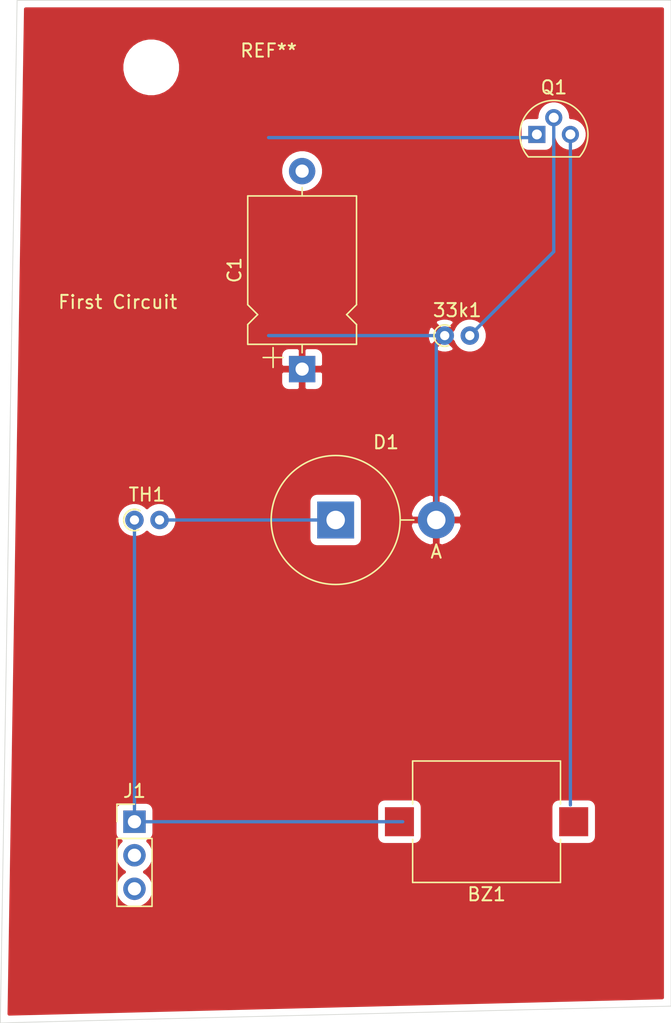
<source format=kicad_pcb>
(kicad_pcb (version 20171130) (host pcbnew 5.1.10-88a1d61d58~90~ubuntu20.04.1)

  (general
    (thickness 1.6)
    (drawings 5)
    (tracks 11)
    (zones 0)
    (modules 8)
    (nets 9)
  )

  (page A4)
  (layers
    (0 F.Cu signal)
    (31 B.Cu signal)
    (32 B.Adhes user)
    (33 F.Adhes user)
    (34 B.Paste user)
    (35 F.Paste user)
    (36 B.SilkS user)
    (37 F.SilkS user)
    (38 B.Mask user)
    (39 F.Mask user)
    (40 Dwgs.User user)
    (41 Cmts.User user)
    (42 Eco1.User user)
    (43 Eco2.User user)
    (44 Edge.Cuts user)
    (45 Margin user)
    (46 B.CrtYd user)
    (47 F.CrtYd user)
    (48 B.Fab user)
    (49 F.Fab user)
  )

  (setup
    (last_trace_width 0.25)
    (trace_clearance 0.2)
    (zone_clearance 0.508)
    (zone_45_only no)
    (trace_min 0.2)
    (via_size 0.8)
    (via_drill 0.4)
    (via_min_size 0.4)
    (via_min_drill 0.3)
    (uvia_size 0.3)
    (uvia_drill 0.1)
    (uvias_allowed no)
    (uvia_min_size 0.2)
    (uvia_min_drill 0.1)
    (edge_width 0.05)
    (segment_width 0.2)
    (pcb_text_width 0.3)
    (pcb_text_size 1.5 1.5)
    (mod_edge_width 0.12)
    (mod_text_size 1 1)
    (mod_text_width 0.15)
    (pad_size 1.524 1.524)
    (pad_drill 0.762)
    (pad_to_mask_clearance 0)
    (aux_axis_origin 0 0)
    (visible_elements FFFFFF7F)
    (pcbplotparams
      (layerselection 0x010fc_ffffffff)
      (usegerberextensions false)
      (usegerberattributes true)
      (usegerberadvancedattributes true)
      (creategerberjobfile true)
      (excludeedgelayer true)
      (linewidth 0.100000)
      (plotframeref false)
      (viasonmask false)
      (mode 1)
      (useauxorigin false)
      (hpglpennumber 1)
      (hpglpenspeed 20)
      (hpglpendiameter 15.000000)
      (psnegative false)
      (psa4output false)
      (plotreference true)
      (plotvalue true)
      (plotinvisibletext false)
      (padsonsilk false)
      (subtractmaskfromsilk false)
      (outputformat 1)
      (mirror false)
      (drillshape 0)
      (scaleselection 1)
      (outputdirectory "gerber/"))
  )

  (net 0 "")
  (net 1 "Net-(33k1-Pad1)")
  (net 2 "Net-(33k1-Pad2)")
  (net 3 "Net-(BZ1-Pad2)")
  (net 4 "Net-(BZ1-Pad1)")
  (net 5 "Net-(C1-Pad2)")
  (net 6 "Net-(D1-Pad1)")
  (net 7 "Net-(J1-Pad2)")
  (net 8 "Net-(J1-Pad3)")

  (net_class Default "This is the default net class."
    (clearance 0.2)
    (trace_width 0.25)
    (via_dia 0.8)
    (via_drill 0.4)
    (uvia_dia 0.3)
    (uvia_drill 0.1)
    (add_net "Net-(33k1-Pad1)")
    (add_net "Net-(33k1-Pad2)")
    (add_net "Net-(BZ1-Pad1)")
    (add_net "Net-(BZ1-Pad2)")
    (add_net "Net-(C1-Pad2)")
    (add_net "Net-(D1-Pad1)")
    (add_net "Net-(J1-Pad2)")
    (add_net "Net-(J1-Pad3)")
  )

  (module MountingHole:MountingHole_3.2mm_M3 (layer F.Cu) (tedit 56D1B4CB) (tstamp 6154E869)
    (at 902.97 -195.58)
    (descr "Mounting Hole 3.2mm, no annular, M3")
    (tags "mounting hole 3.2mm no annular m3")
    (attr virtual)
    (fp_text reference REF** (at 8.89 -1.27) (layer F.SilkS)
      (effects (font (size 1 1) (thickness 0.15)))
    )
    (fp_text value MountingHole_3.2mm_M3 (at 0 4.2) (layer F.Fab)
      (effects (font (size 1 1) (thickness 0.15)))
    )
    (fp_text user %R (at 0.3 0) (layer F.Fab)
      (effects (font (size 1 1) (thickness 0.15)))
    )
    (fp_circle (center 0 0) (end 3.2 0) (layer Cmts.User) (width 0.15))
    (fp_circle (center 0 0) (end 3.45 0) (layer F.CrtYd) (width 0.05))
    (pad 1 np_thru_hole circle (at 0 0) (size 3.2 3.2) (drill 3.2) (layers *.Cu *.Mask))
  )

  (module Resistor_THT:R_Axial_DIN0204_L3.6mm_D1.6mm_P1.90mm_Vertical (layer F.Cu) (tedit 5AE5139B) (tstamp 6154E100)
    (at 925.2 -175.26)
    (descr "Resistor, Axial_DIN0204 series, Axial, Vertical, pin pitch=1.9mm, 0.167W, length*diameter=3.6*1.6mm^2, http://cdn-reichelt.de/documents/datenblatt/B400/1_4W%23YAG.pdf")
    (tags "Resistor Axial_DIN0204 series Axial Vertical pin pitch 1.9mm 0.167W length 3.6mm diameter 1.6mm")
    (path /6154788B)
    (fp_text reference 33k1 (at 0.95 -1.92) (layer F.SilkS)
      (effects (font (size 1 1) (thickness 0.15)))
    )
    (fp_text value R (at 0.95 1.92) (layer F.Fab)
      (effects (font (size 1 1) (thickness 0.15)))
    )
    (fp_line (start 2.86 -1.05) (end -1.05 -1.05) (layer F.CrtYd) (width 0.05))
    (fp_line (start 2.86 1.05) (end 2.86 -1.05) (layer F.CrtYd) (width 0.05))
    (fp_line (start -1.05 1.05) (end 2.86 1.05) (layer F.CrtYd) (width 0.05))
    (fp_line (start -1.05 -1.05) (end -1.05 1.05) (layer F.CrtYd) (width 0.05))
    (fp_line (start 0 0) (end 1.9 0) (layer F.Fab) (width 0.1))
    (fp_circle (center 0 0) (end 0.8 0) (layer F.Fab) (width 0.1))
    (fp_arc (start 0 0) (end 0.417133 -0.7) (angle -233.92106) (layer F.SilkS) (width 0.12))
    (fp_text user %R (at 0.95 -1.92) (layer F.Fab)
      (effects (font (size 1 1) (thickness 0.15)))
    )
    (pad 1 thru_hole circle (at 0 0) (size 1.4 1.4) (drill 0.7) (layers *.Cu *.Mask)
      (net 1 "Net-(33k1-Pad1)"))
    (pad 2 thru_hole oval (at 1.9 0) (size 1.4 1.4) (drill 0.7) (layers *.Cu *.Mask)
      (net 2 "Net-(33k1-Pad2)"))
    (model ${KISYS3DMOD}/Resistor_THT.3dshapes/R_Axial_DIN0204_L3.6mm_D1.6mm_P1.90mm_Vertical.wrl
      (at (xyz 0 0 0))
      (scale (xyz 1 1 1))
      (rotate (xyz 0 0 0))
    )
  )

  (module Buzzer_Beeper:Buzzer_Mallory_AST1109MLTRQ (layer F.Cu) (tedit 5D7E8337) (tstamp 6154E11D)
    (at 928.37 -138.43)
    (descr "Mallory low-profile piezo buzzer, https://www.mspindy.com/specifications/AST1109MLTRQ.pdf")
    (tags "buzzer piezo")
    (path /6154B37D)
    (attr smd)
    (fp_text reference BZ1 (at 0 5.5 180) (layer F.SilkS)
      (effects (font (size 1 1) (thickness 0.15)))
    )
    (fp_text value Buzzer (at 0 -5.5) (layer F.Fab)
      (effects (font (size 1 1) (thickness 0.15)))
    )
    (fp_line (start -5.6 4.6) (end -5.6 1.35) (layer F.SilkS) (width 0.12))
    (fp_line (start -5.6 -4.6) (end 5.6 -4.6) (layer F.SilkS) (width 0.12))
    (fp_line (start 5.6 4.6) (end -5.6 4.6) (layer F.SilkS) (width 0.12))
    (fp_line (start 5.6 1.35) (end 5.6 4.6) (layer F.SilkS) (width 0.12))
    (fp_line (start 5.6 -4.6) (end 5.6 -1.35) (layer F.SilkS) (width 0.12))
    (fp_line (start -5.6 -1.35) (end -5.6 -4.6) (layer F.SilkS) (width 0.12))
    (fp_line (start -5.5 -4.5) (end 5.5 -4.5) (layer F.Fab) (width 0.1))
    (fp_line (start 5.5 -4.5) (end 5.5 4.5) (layer F.Fab) (width 0.1))
    (fp_line (start 5.5 4.5) (end -5.5 4.5) (layer F.Fab) (width 0.1))
    (fp_line (start -5.5 4.5) (end -5.5 -4.5) (layer F.Fab) (width 0.1))
    (fp_line (start 5.75 -4.75) (end 5.75 -1.35) (layer F.CrtYd) (width 0.05))
    (fp_line (start 5.75 -1.35) (end 7.95 -1.35) (layer F.CrtYd) (width 0.05))
    (fp_line (start 7.95 -1.35) (end 7.95 1.35) (layer F.CrtYd) (width 0.05))
    (fp_line (start 7.95 1.35) (end 5.75 1.35) (layer F.CrtYd) (width 0.05))
    (fp_line (start 5.75 1.35) (end 5.75 4.75) (layer F.CrtYd) (width 0.05))
    (fp_line (start 5.75 4.75) (end -5.75 4.75) (layer F.CrtYd) (width 0.05))
    (fp_line (start -5.75 4.75) (end -5.75 1.35) (layer F.CrtYd) (width 0.05))
    (fp_line (start -5.75 1.35) (end -7.95 1.35) (layer F.CrtYd) (width 0.05))
    (fp_line (start -7.95 1.35) (end -7.95 -1.35) (layer F.CrtYd) (width 0.05))
    (fp_line (start -7.95 -1.35) (end -5.75 -1.35) (layer F.CrtYd) (width 0.05))
    (fp_line (start -5.75 -1.35) (end -5.75 -4.75) (layer F.CrtYd) (width 0.05))
    (fp_line (start -5.75 -4.75) (end 5.75 -4.75) (layer F.CrtYd) (width 0.05))
    (fp_text user %R (at 8.89 -2.54 180) (layer F.Fab)
      (effects (font (size 1 1) (thickness 0.15)))
    )
    (pad 2 smd rect (at 6.6 0) (size 2.2 2.2) (layers F.Cu F.Paste F.Mask)
      (net 3 "Net-(BZ1-Pad2)"))
    (pad 1 smd rect (at -6.6 0) (size 2.2 2.2) (layers F.Cu F.Paste F.Mask)
      (net 4 "Net-(BZ1-Pad1)"))
    (model ${KISYS3DMOD}/Buzzer_Beeper.3dshapes/Buzzer_Mallory_AST1109MLTRQ.wrl
      (at (xyz 0 0 0))
      (scale (xyz 1 1 1))
      (rotate (xyz 0 0 0))
    )
  )

  (module Capacitor_THT:CP_Axial_L11.0mm_D8.0mm_P15.00mm_Horizontal (layer F.Cu) (tedit 5AE50EF2) (tstamp 6154E144)
    (at 914.4 -172.72 90)
    (descr "CP, Axial series, Axial, Horizontal, pin pitch=15mm, , length*diameter=11*8mm^2, Electrolytic Capacitor, , http://www.vishay.com/docs/28325/021asm.pdf")
    (tags "CP Axial series Axial Horizontal pin pitch 15mm  length 11mm diameter 8mm Electrolytic Capacitor")
    (path /6154A6CB)
    (fp_text reference C1 (at 7.5 -5.12 90) (layer F.SilkS)
      (effects (font (size 1 1) (thickness 0.15)))
    )
    (fp_text value 10uF (at 7.5 5.12 90) (layer F.Fab)
      (effects (font (size 1 1) (thickness 0.15)))
    )
    (fp_line (start 16.25 -4.25) (end -1.25 -4.25) (layer F.CrtYd) (width 0.05))
    (fp_line (start 16.25 4.25) (end 16.25 -4.25) (layer F.CrtYd) (width 0.05))
    (fp_line (start -1.25 4.25) (end 16.25 4.25) (layer F.CrtYd) (width 0.05))
    (fp_line (start -1.25 -4.25) (end -1.25 4.25) (layer F.CrtYd) (width 0.05))
    (fp_line (start 13.76 0) (end 13.12 0) (layer F.SilkS) (width 0.12))
    (fp_line (start 1.24 0) (end 1.88 0) (layer F.SilkS) (width 0.12))
    (fp_line (start 4.88 4.12) (end 13.12 4.12) (layer F.SilkS) (width 0.12))
    (fp_line (start 4.13 3.37) (end 4.88 4.12) (layer F.SilkS) (width 0.12))
    (fp_line (start 3.38 4.12) (end 4.13 3.37) (layer F.SilkS) (width 0.12))
    (fp_line (start 1.88 4.12) (end 3.38 4.12) (layer F.SilkS) (width 0.12))
    (fp_line (start 4.88 -4.12) (end 13.12 -4.12) (layer F.SilkS) (width 0.12))
    (fp_line (start 4.13 -3.37) (end 4.88 -4.12) (layer F.SilkS) (width 0.12))
    (fp_line (start 3.38 -4.12) (end 4.13 -3.37) (layer F.SilkS) (width 0.12))
    (fp_line (start 1.88 -4.12) (end 3.38 -4.12) (layer F.SilkS) (width 0.12))
    (fp_line (start 13.12 -4.12) (end 13.12 4.12) (layer F.SilkS) (width 0.12))
    (fp_line (start 1.88 -4.12) (end 1.88 4.12) (layer F.SilkS) (width 0.12))
    (fp_line (start 0.88 -2.95) (end 0.88 -1.45) (layer F.SilkS) (width 0.12))
    (fp_line (start 0.13 -2.2) (end 1.63 -2.2) (layer F.SilkS) (width 0.12))
    (fp_line (start 4.15 -0.75) (end 4.15 0.75) (layer F.Fab) (width 0.1))
    (fp_line (start 3.4 0) (end 4.9 0) (layer F.Fab) (width 0.1))
    (fp_line (start 15 0) (end 13 0) (layer F.Fab) (width 0.1))
    (fp_line (start 0 0) (end 2 0) (layer F.Fab) (width 0.1))
    (fp_line (start 4.88 4) (end 13 4) (layer F.Fab) (width 0.1))
    (fp_line (start 4.13 3.25) (end 4.88 4) (layer F.Fab) (width 0.1))
    (fp_line (start 3.38 4) (end 4.13 3.25) (layer F.Fab) (width 0.1))
    (fp_line (start 2 4) (end 3.38 4) (layer F.Fab) (width 0.1))
    (fp_line (start 4.88 -4) (end 13 -4) (layer F.Fab) (width 0.1))
    (fp_line (start 4.13 -3.25) (end 4.88 -4) (layer F.Fab) (width 0.1))
    (fp_line (start 3.38 -4) (end 4.13 -3.25) (layer F.Fab) (width 0.1))
    (fp_line (start 2 -4) (end 3.38 -4) (layer F.Fab) (width 0.1))
    (fp_line (start 13 -4) (end 13 4) (layer F.Fab) (width 0.1))
    (fp_line (start 2 -4) (end 2 4) (layer F.Fab) (width 0.1))
    (fp_text user %R (at 7.5 0 90) (layer F.Fab)
      (effects (font (size 1 1) (thickness 0.15)))
    )
    (pad 1 thru_hole rect (at 0 0 90) (size 2 2) (drill 1) (layers *.Cu *.Mask)
      (net 1 "Net-(33k1-Pad1)"))
    (pad 2 thru_hole oval (at 15 0 90) (size 2 2) (drill 1) (layers *.Cu *.Mask)
      (net 5 "Net-(C1-Pad2)"))
    (model ${KISYS3DMOD}/Capacitor_THT.3dshapes/CP_Axial_L11.0mm_D8.0mm_P15.00mm_Horizontal.wrl
      (at (xyz 0 0 0))
      (scale (xyz 1 1 1))
      (rotate (xyz 0 0 0))
    )
  )

  (module Diode_THT:D_5KP_P7.62mm_Vertical_AnodeUp (layer F.Cu) (tedit 5AE50CD5) (tstamp 6154E155)
    (at 916.94 -161.29)
    (descr "Diode, 5KP series, Axial, Vertical, pin pitch=7.62mm, , length*diameter=7.62*9.53mm^2, , http://www.diodes.com/_files/packages/8686949.gif")
    (tags "Diode 5KP series Axial Vertical pin pitch 7.62mm  length 7.62mm diameter 9.53mm")
    (path /6157F271)
    (fp_text reference D1 (at 3.81 -5.885) (layer F.SilkS)
      (effects (font (size 1 1) (thickness 0.15)))
    )
    (fp_text value 1N4007 (at 3.81 5.885) (layer F.Fab)
      (effects (font (size 1 1) (thickness 0.15)))
    )
    (fp_line (start 9.27 -5.02) (end -5.02 -5.02) (layer F.CrtYd) (width 0.05))
    (fp_line (start 9.27 5.02) (end 9.27 -5.02) (layer F.CrtYd) (width 0.05))
    (fp_line (start -5.02 5.02) (end 9.27 5.02) (layer F.CrtYd) (width 0.05))
    (fp_line (start -5.02 -5.02) (end -5.02 5.02) (layer F.CrtYd) (width 0.05))
    (fp_line (start 4.885 0) (end 5.92 0) (layer F.SilkS) (width 0.12))
    (fp_line (start 0 0) (end 7.62 0) (layer F.Fab) (width 0.1))
    (fp_circle (center 0 0) (end 4.885 0) (layer F.SilkS) (width 0.12))
    (fp_circle (center 0 0) (end 4.765 0) (layer F.Fab) (width 0.1))
    (fp_text user %R (at 0 -1.9) (layer F.Fab)
      (effects (font (size 1 1) (thickness 0.15)))
    )
    (fp_text user A (at 7.62 2.4) (layer F.Fab)
      (effects (font (size 1 1) (thickness 0.15)))
    )
    (fp_text user A (at 7.62 2.4) (layer F.SilkS)
      (effects (font (size 1 1) (thickness 0.15)))
    )
    (pad 1 thru_hole rect (at 0 0) (size 2.8 2.8) (drill 1.4) (layers *.Cu *.Mask)
      (net 6 "Net-(D1-Pad1)"))
    (pad 2 thru_hole oval (at 7.62 0) (size 2.8 2.8) (drill 1.4) (layers *.Cu *.Mask)
      (net 1 "Net-(33k1-Pad1)"))
    (model ${KISYS3DMOD}/Diode_THT.3dshapes/D_5KP_P7.62mm_Vertical_AnodeUp.wrl
      (at (xyz 0 0 0))
      (scale (xyz 1 1 1))
      (rotate (xyz 0 0 0))
    )
  )

  (module Connector_PinHeader_2.54mm:PinHeader_1x03_P2.54mm_Vertical (layer F.Cu) (tedit 59FED5CC) (tstamp 6154E16C)
    (at 901.7 -138.43)
    (descr "Through hole straight pin header, 1x03, 2.54mm pitch, single row")
    (tags "Through hole pin header THT 1x03 2.54mm single row")
    (path /6154F096)
    (fp_text reference J1 (at 0 -2.33) (layer F.SilkS)
      (effects (font (size 1 1) (thickness 0.15)))
    )
    (fp_text value Conn_01x03_Male (at 0 7.41) (layer F.Fab)
      (effects (font (size 1 1) (thickness 0.15)))
    )
    (fp_line (start 1.8 -1.8) (end -1.8 -1.8) (layer F.CrtYd) (width 0.05))
    (fp_line (start 1.8 6.85) (end 1.8 -1.8) (layer F.CrtYd) (width 0.05))
    (fp_line (start -1.8 6.85) (end 1.8 6.85) (layer F.CrtYd) (width 0.05))
    (fp_line (start -1.8 -1.8) (end -1.8 6.85) (layer F.CrtYd) (width 0.05))
    (fp_line (start -1.33 -1.33) (end 0 -1.33) (layer F.SilkS) (width 0.12))
    (fp_line (start -1.33 0) (end -1.33 -1.33) (layer F.SilkS) (width 0.12))
    (fp_line (start -1.33 1.27) (end 1.33 1.27) (layer F.SilkS) (width 0.12))
    (fp_line (start 1.33 1.27) (end 1.33 6.41) (layer F.SilkS) (width 0.12))
    (fp_line (start -1.33 1.27) (end -1.33 6.41) (layer F.SilkS) (width 0.12))
    (fp_line (start -1.33 6.41) (end 1.33 6.41) (layer F.SilkS) (width 0.12))
    (fp_line (start -1.27 -0.635) (end -0.635 -1.27) (layer F.Fab) (width 0.1))
    (fp_line (start -1.27 6.35) (end -1.27 -0.635) (layer F.Fab) (width 0.1))
    (fp_line (start 1.27 6.35) (end -1.27 6.35) (layer F.Fab) (width 0.1))
    (fp_line (start 1.27 -1.27) (end 1.27 6.35) (layer F.Fab) (width 0.1))
    (fp_line (start -0.635 -1.27) (end 1.27 -1.27) (layer F.Fab) (width 0.1))
    (fp_text user %R (at 7.62 -2.54 90) (layer F.Fab)
      (effects (font (size 1 1) (thickness 0.15)))
    )
    (pad 1 thru_hole rect (at 0 0) (size 1.7 1.7) (drill 1) (layers *.Cu *.Mask)
      (net 4 "Net-(BZ1-Pad1)"))
    (pad 2 thru_hole oval (at 0 2.54) (size 1.7 1.7) (drill 1) (layers *.Cu *.Mask)
      (net 7 "Net-(J1-Pad2)"))
    (pad 3 thru_hole oval (at 0 5.08) (size 1.7 1.7) (drill 1) (layers *.Cu *.Mask)
      (net 8 "Net-(J1-Pad3)"))
    (model ${KISYS3DMOD}/Connector_PinHeader_2.54mm.3dshapes/PinHeader_1x03_P2.54mm_Vertical.wrl
      (at (xyz 0 0 0))
      (scale (xyz 1 1 1))
      (rotate (xyz 0 0 0))
    )
  )

  (module Package_TO_SOT_THT:TO-92L (layer F.Cu) (tedit 5A27966C) (tstamp 6154E17D)
    (at 932.18 -190.5)
    (descr "TO-92L leads in-line (large body variant of TO-92), also known as TO-226, wide, drill 0.75mm (see https://www.diodes.com/assets/Package-Files/TO92L.pdf and http://www.ti.com/lit/an/snoa059/snoa059.pdf)")
    (tags "TO-92L Molded Narrow transistor")
    (path /6154BA71)
    (fp_text reference Q1 (at 1.29 -3.56) (layer F.SilkS)
      (effects (font (size 1 1) (thickness 0.15)))
    )
    (fp_text value 2N2219 (at 2.55 -8.89) (layer F.Fab)
      (effects (font (size 1 1) (thickness 0.15)))
    )
    (fp_line (start 4.05 1.85) (end -1.45 1.85) (layer F.CrtYd) (width 0.05))
    (fp_line (start 4.05 1.85) (end 4.05 -2.75) (layer F.CrtYd) (width 0.05))
    (fp_line (start -1.45 -2.75) (end -1.45 1.85) (layer F.CrtYd) (width 0.05))
    (fp_line (start -1.45 -2.75) (end 4.05 -2.75) (layer F.CrtYd) (width 0.05))
    (fp_line (start -0.6 1.6) (end 3.15 1.6) (layer F.Fab) (width 0.1))
    (fp_line (start -0.65 1.7) (end 3.2 1.7) (layer F.SilkS) (width 0.12))
    (fp_text user %R (at -6.565001 -6.245001) (layer F.Fab)
      (effects (font (size 1 1) (thickness 0.15)))
    )
    (fp_arc (start 1.29 0) (end -0.65 1.7) (angle 262.164354) (layer F.SilkS) (width 0.12))
    (fp_arc (start 1.29 0) (end 1.29 -2.48) (angle 129.9527847) (layer F.Fab) (width 0.1))
    (fp_arc (start 1.29 0) (end 1.29 -2.48) (angle -130.2499344) (layer F.Fab) (width 0.1))
    (pad 2 thru_hole circle (at 1.28 -1.27) (size 1.3 1.3) (drill 0.75) (layers *.Cu *.Mask)
      (net 2 "Net-(33k1-Pad2)"))
    (pad 3 thru_hole circle (at 2.54 0) (size 1.3 1.3) (drill 0.75) (layers *.Cu *.Mask)
      (net 3 "Net-(BZ1-Pad2)"))
    (pad 1 thru_hole rect (at 0 0) (size 1.3 1.3) (drill 0.75) (layers *.Cu *.Mask)
      (net 5 "Net-(C1-Pad2)"))
    (model ${KISYS3DMOD}/Package_TO_SOT_THT.3dshapes/TO-92L.wrl
      (at (xyz 0 0 0))
      (scale (xyz 1 1 1))
      (rotate (xyz 0 0 0))
    )
  )

  (module Resistor_THT:R_Axial_DIN0204_L3.6mm_D1.6mm_P1.90mm_Vertical (layer F.Cu) (tedit 5AE5139B) (tstamp 6154E18B)
    (at 901.7 -161.29)
    (descr "Resistor, Axial_DIN0204 series, Axial, Vertical, pin pitch=1.9mm, 0.167W, length*diameter=3.6*1.6mm^2, http://cdn-reichelt.de/documents/datenblatt/B400/1_4W%23YAG.pdf")
    (tags "Resistor Axial_DIN0204 series Axial Vertical pin pitch 1.9mm 0.167W length 3.6mm diameter 1.6mm")
    (path /61548050)
    (fp_text reference TH1 (at 0.95 -1.92) (layer F.SilkS)
      (effects (font (size 1 1) (thickness 0.15)))
    )
    (fp_text value 5k (at 0.95 1.92) (layer F.Fab)
      (effects (font (size 1 1) (thickness 0.15)))
    )
    (fp_text user %R (at 0.95 -1.92) (layer F.Fab)
      (effects (font (size 1 1) (thickness 0.15)))
    )
    (fp_arc (start 0 0) (end 0.417133 -0.7) (angle -233.92106) (layer F.SilkS) (width 0.12))
    (fp_circle (center 0 0) (end 0.8 0) (layer F.Fab) (width 0.1))
    (fp_line (start 0 0) (end 1.9 0) (layer F.Fab) (width 0.1))
    (fp_line (start -1.05 -1.05) (end -1.05 1.05) (layer F.CrtYd) (width 0.05))
    (fp_line (start -1.05 1.05) (end 2.86 1.05) (layer F.CrtYd) (width 0.05))
    (fp_line (start 2.86 1.05) (end 2.86 -1.05) (layer F.CrtYd) (width 0.05))
    (fp_line (start 2.86 -1.05) (end -1.05 -1.05) (layer F.CrtYd) (width 0.05))
    (pad 2 thru_hole oval (at 1.9 0) (size 1.4 1.4) (drill 0.7) (layers *.Cu *.Mask)
      (net 6 "Net-(D1-Pad1)"))
    (pad 1 thru_hole circle (at 0 0) (size 1.4 1.4) (drill 0.7) (layers *.Cu *.Mask)
      (net 4 "Net-(BZ1-Pad1)"))
    (model ${KISYS3DMOD}/Resistor_THT.3dshapes/R_Axial_DIN0204_L3.6mm_D1.6mm_P1.90mm_Vertical.wrl
      (at (xyz 0 0 0))
      (scale (xyz 1 1 1))
      (rotate (xyz 0 0 0))
    )
  )

  (gr_text "First Circuit" (at 900.43 -177.8) (layer F.SilkS)
    (effects (font (size 1 1) (thickness 0.15)))
  )
  (gr_line (start 891.54 -123.19) (end 892.81 -200.66) (layer Edge.Cuts) (width 0.05) (tstamp 6154E82B))
  (gr_line (start 942.34 -124.46) (end 891.54 -123.19) (layer Edge.Cuts) (width 0.05))
  (gr_line (start 942.34 -200.66) (end 942.34 -124.46) (layer Edge.Cuts) (width 0.05))
  (gr_line (start 892.81 -200.66) (end 942.34 -200.66) (layer Edge.Cuts) (width 0.05))

  (segment (start 925.2 -175.26) (end 911.86 -175.26) (width 0.25) (layer B.Cu) (net 1))
  (segment (start 924.56 -174.62) (end 925.2 -175.26) (width 0.25) (layer B.Cu) (net 1))
  (segment (start 924.56 -161.29) (end 924.56 -174.62) (width 0.25) (layer B.Cu) (net 1))
  (segment (start 933.46 -181.62) (end 933.46 -191.77) (width 0.25) (layer B.Cu) (net 2))
  (segment (start 927.1 -175.26) (end 933.46 -181.62) (width 0.25) (layer B.Cu) (net 2))
  (segment (start 934.72 -190.5) (end 934.72 -139.7) (width 0.25) (layer B.Cu) (net 3))
  (segment (start 901.7 -138.43) (end 922.02 -138.43) (width 0.25) (layer B.Cu) (net 4))
  (segment (start 901.7 -161.29) (end 901.7 -138.43) (width 0.25) (layer B.Cu) (net 4))
  (segment (start 931.94 -190.26) (end 932.18 -190.5) (width 0.25) (layer B.Cu) (net 5))
  (segment (start 911.86 -190.26) (end 931.94 -190.26) (width 0.25) (layer B.Cu) (net 5))
  (segment (start 903.6 -161.29) (end 916.94 -161.29) (width 0.25) (layer B.Cu) (net 6))

  (zone (net 1) (net_name "Net-(33k1-Pad1)") (layer F.Cu) (tstamp 6154E922) (hatch edge 0.508)
    (connect_pads (clearance 0.508))
    (min_thickness 0.254)
    (fill yes (arc_segments 32) (thermal_gap 0.508) (thermal_bridge_width 0.508))
    (polygon
      (pts
        (xy 942.34 -124.46) (xy 891.54 -123.19) (xy 892.81 -200.66) (xy 942.34 -200.66)
      )
    )
    (filled_polygon
      (pts
        (xy 941.680001 -125.103706) (xy 892.211186 -123.866985) (xy 892.463858 -139.28) (xy 900.211928 -139.28) (xy 900.211928 -137.58)
        (xy 900.224188 -137.455518) (xy 900.260498 -137.33582) (xy 900.319463 -137.225506) (xy 900.398815 -137.128815) (xy 900.495506 -137.049463)
        (xy 900.60582 -136.990498) (xy 900.67838 -136.968487) (xy 900.546525 -136.836632) (xy 900.38401 -136.593411) (xy 900.272068 -136.323158)
        (xy 900.215 -136.03626) (xy 900.215 -135.74374) (xy 900.272068 -135.456842) (xy 900.38401 -135.186589) (xy 900.546525 -134.943368)
        (xy 900.753368 -134.736525) (xy 900.92776 -134.62) (xy 900.753368 -134.503475) (xy 900.546525 -134.296632) (xy 900.38401 -134.053411)
        (xy 900.272068 -133.783158) (xy 900.215 -133.49626) (xy 900.215 -133.20374) (xy 900.272068 -132.916842) (xy 900.38401 -132.646589)
        (xy 900.546525 -132.403368) (xy 900.753368 -132.196525) (xy 900.996589 -132.03401) (xy 901.266842 -131.922068) (xy 901.55374 -131.865)
        (xy 901.84626 -131.865) (xy 902.133158 -131.922068) (xy 902.403411 -132.03401) (xy 902.646632 -132.196525) (xy 902.853475 -132.403368)
        (xy 903.01599 -132.646589) (xy 903.127932 -132.916842) (xy 903.185 -133.20374) (xy 903.185 -133.49626) (xy 903.127932 -133.783158)
        (xy 903.01599 -134.053411) (xy 902.853475 -134.296632) (xy 902.646632 -134.503475) (xy 902.47224 -134.62) (xy 902.646632 -134.736525)
        (xy 902.853475 -134.943368) (xy 903.01599 -135.186589) (xy 903.127932 -135.456842) (xy 903.185 -135.74374) (xy 903.185 -136.03626)
        (xy 903.127932 -136.323158) (xy 903.01599 -136.593411) (xy 902.853475 -136.836632) (xy 902.72162 -136.968487) (xy 902.79418 -136.990498)
        (xy 902.904494 -137.049463) (xy 903.001185 -137.128815) (xy 903.080537 -137.225506) (xy 903.139502 -137.33582) (xy 903.175812 -137.455518)
        (xy 903.188072 -137.58) (xy 903.188072 -139.28) (xy 903.175812 -139.404482) (xy 903.139502 -139.52418) (xy 903.136392 -139.53)
        (xy 920.031928 -139.53) (xy 920.031928 -137.33) (xy 920.044188 -137.205518) (xy 920.080498 -137.08582) (xy 920.139463 -136.975506)
        (xy 920.218815 -136.878815) (xy 920.315506 -136.799463) (xy 920.42582 -136.740498) (xy 920.545518 -136.704188) (xy 920.67 -136.691928)
        (xy 922.87 -136.691928) (xy 922.994482 -136.704188) (xy 923.11418 -136.740498) (xy 923.224494 -136.799463) (xy 923.321185 -136.878815)
        (xy 923.400537 -136.975506) (xy 923.459502 -137.08582) (xy 923.495812 -137.205518) (xy 923.508072 -137.33) (xy 923.508072 -139.53)
        (xy 933.231928 -139.53) (xy 933.231928 -137.33) (xy 933.244188 -137.205518) (xy 933.280498 -137.08582) (xy 933.339463 -136.975506)
        (xy 933.418815 -136.878815) (xy 933.515506 -136.799463) (xy 933.62582 -136.740498) (xy 933.745518 -136.704188) (xy 933.87 -136.691928)
        (xy 936.07 -136.691928) (xy 936.194482 -136.704188) (xy 936.31418 -136.740498) (xy 936.424494 -136.799463) (xy 936.521185 -136.878815)
        (xy 936.600537 -136.975506) (xy 936.659502 -137.08582) (xy 936.695812 -137.205518) (xy 936.708072 -137.33) (xy 936.708072 -139.53)
        (xy 936.695812 -139.654482) (xy 936.659502 -139.77418) (xy 936.600537 -139.884494) (xy 936.521185 -139.981185) (xy 936.424494 -140.060537)
        (xy 936.31418 -140.119502) (xy 936.194482 -140.155812) (xy 936.07 -140.168072) (xy 933.87 -140.168072) (xy 933.745518 -140.155812)
        (xy 933.62582 -140.119502) (xy 933.515506 -140.060537) (xy 933.418815 -139.981185) (xy 933.339463 -139.884494) (xy 933.280498 -139.77418)
        (xy 933.244188 -139.654482) (xy 933.231928 -139.53) (xy 923.508072 -139.53) (xy 923.495812 -139.654482) (xy 923.459502 -139.77418)
        (xy 923.400537 -139.884494) (xy 923.321185 -139.981185) (xy 923.224494 -140.060537) (xy 923.11418 -140.119502) (xy 922.994482 -140.155812)
        (xy 922.87 -140.168072) (xy 920.67 -140.168072) (xy 920.545518 -140.155812) (xy 920.42582 -140.119502) (xy 920.315506 -140.060537)
        (xy 920.218815 -139.981185) (xy 920.139463 -139.884494) (xy 920.080498 -139.77418) (xy 920.044188 -139.654482) (xy 920.031928 -139.53)
        (xy 903.136392 -139.53) (xy 903.080537 -139.634494) (xy 903.001185 -139.731185) (xy 902.904494 -139.810537) (xy 902.79418 -139.869502)
        (xy 902.674482 -139.905812) (xy 902.55 -139.918072) (xy 900.85 -139.918072) (xy 900.725518 -139.905812) (xy 900.60582 -139.869502)
        (xy 900.495506 -139.810537) (xy 900.398815 -139.731185) (xy 900.319463 -139.634494) (xy 900.260498 -139.52418) (xy 900.224188 -139.404482)
        (xy 900.211928 -139.28) (xy 892.463858 -139.28) (xy 892.826833 -161.421486) (xy 900.365 -161.421486) (xy 900.365 -161.158514)
        (xy 900.416304 -160.900595) (xy 900.516939 -160.657641) (xy 900.663038 -160.438987) (xy 900.848987 -160.253038) (xy 901.067641 -160.106939)
        (xy 901.310595 -160.006304) (xy 901.568514 -159.955) (xy 901.831486 -159.955) (xy 902.089405 -160.006304) (xy 902.332359 -160.106939)
        (xy 902.551013 -160.253038) (xy 902.65 -160.352025) (xy 902.748987 -160.253038) (xy 902.967641 -160.106939) (xy 903.210595 -160.006304)
        (xy 903.468514 -159.955) (xy 903.731486 -159.955) (xy 903.989405 -160.006304) (xy 904.232359 -160.106939) (xy 904.451013 -160.253038)
        (xy 904.636962 -160.438987) (xy 904.783061 -160.657641) (xy 904.883696 -160.900595) (xy 904.935 -161.158514) (xy 904.935 -161.421486)
        (xy 904.883696 -161.679405) (xy 904.783061 -161.922359) (xy 904.636962 -162.141013) (xy 904.451013 -162.326962) (xy 904.232359 -162.473061)
        (xy 903.989405 -162.573696) (xy 903.731486 -162.625) (xy 903.468514 -162.625) (xy 903.210595 -162.573696) (xy 902.967641 -162.473061)
        (xy 902.748987 -162.326962) (xy 902.65 -162.227975) (xy 902.551013 -162.326962) (xy 902.332359 -162.473061) (xy 902.089405 -162.573696)
        (xy 901.831486 -162.625) (xy 901.568514 -162.625) (xy 901.310595 -162.573696) (xy 901.067641 -162.473061) (xy 900.848987 -162.326962)
        (xy 900.663038 -162.141013) (xy 900.516939 -161.922359) (xy 900.416304 -161.679405) (xy 900.365 -161.421486) (xy 892.826833 -161.421486)
        (xy 892.847628 -162.69) (xy 914.901928 -162.69) (xy 914.901928 -159.89) (xy 914.914188 -159.765518) (xy 914.950498 -159.64582)
        (xy 915.009463 -159.535506) (xy 915.088815 -159.438815) (xy 915.185506 -159.359463) (xy 915.29582 -159.300498) (xy 915.415518 -159.264188)
        (xy 915.54 -159.251928) (xy 918.34 -159.251928) (xy 918.464482 -159.264188) (xy 918.58418 -159.300498) (xy 918.694494 -159.359463)
        (xy 918.791185 -159.438815) (xy 918.870537 -159.535506) (xy 918.929502 -159.64582) (xy 918.965812 -159.765518) (xy 918.978072 -159.89)
        (xy 918.978072 -160.84684) (xy 922.57384 -160.84684) (xy 922.662358 -160.555021) (xy 922.842208 -160.198932) (xy 923.088072 -159.884772)
        (xy 923.390501 -159.624614) (xy 923.737873 -159.428456) (xy 924.116839 -159.303836) (xy 924.433 -159.417713) (xy 924.433 -161.163)
        (xy 924.687 -161.163) (xy 924.687 -159.417713) (xy 925.003161 -159.303836) (xy 925.382127 -159.428456) (xy 925.729499 -159.624614)
        (xy 926.031928 -159.884772) (xy 926.277792 -160.198932) (xy 926.457642 -160.555021) (xy 926.54616 -160.84684) (xy 926.431947 -161.163)
        (xy 924.687 -161.163) (xy 924.433 -161.163) (xy 922.688053 -161.163) (xy 922.57384 -160.84684) (xy 918.978072 -160.84684)
        (xy 918.978072 -161.73316) (xy 922.57384 -161.73316) (xy 922.688053 -161.417) (xy 924.433 -161.417) (xy 924.433 -163.162287)
        (xy 924.687 -163.162287) (xy 924.687 -161.417) (xy 926.431947 -161.417) (xy 926.54616 -161.73316) (xy 926.457642 -162.024979)
        (xy 926.277792 -162.381068) (xy 926.031928 -162.695228) (xy 925.729499 -162.955386) (xy 925.382127 -163.151544) (xy 925.003161 -163.276164)
        (xy 924.687 -163.162287) (xy 924.433 -163.162287) (xy 924.116839 -163.276164) (xy 923.737873 -163.151544) (xy 923.390501 -162.955386)
        (xy 923.088072 -162.695228) (xy 922.842208 -162.381068) (xy 922.662358 -162.024979) (xy 922.57384 -161.73316) (xy 918.978072 -161.73316)
        (xy 918.978072 -162.69) (xy 918.965812 -162.814482) (xy 918.929502 -162.93418) (xy 918.870537 -163.044494) (xy 918.791185 -163.141185)
        (xy 918.694494 -163.220537) (xy 918.58418 -163.279502) (xy 918.464482 -163.315812) (xy 918.34 -163.328072) (xy 915.54 -163.328072)
        (xy 915.415518 -163.315812) (xy 915.29582 -163.279502) (xy 915.185506 -163.220537) (xy 915.088815 -163.141185) (xy 915.009463 -163.044494)
        (xy 914.950498 -162.93418) (xy 914.914188 -162.814482) (xy 914.901928 -162.69) (xy 892.847628 -162.69) (xy 892.995661 -171.72)
        (xy 912.761928 -171.72) (xy 912.774188 -171.595518) (xy 912.810498 -171.47582) (xy 912.869463 -171.365506) (xy 912.948815 -171.268815)
        (xy 913.045506 -171.189463) (xy 913.15582 -171.130498) (xy 913.275518 -171.094188) (xy 913.4 -171.081928) (xy 914.11425 -171.085)
        (xy 914.273 -171.24375) (xy 914.273 -172.593) (xy 914.527 -172.593) (xy 914.527 -171.24375) (xy 914.68575 -171.085)
        (xy 915.4 -171.081928) (xy 915.524482 -171.094188) (xy 915.64418 -171.130498) (xy 915.754494 -171.189463) (xy 915.851185 -171.268815)
        (xy 915.930537 -171.365506) (xy 915.989502 -171.47582) (xy 916.025812 -171.595518) (xy 916.038072 -171.72) (xy 916.035 -172.43425)
        (xy 915.87625 -172.593) (xy 914.527 -172.593) (xy 914.273 -172.593) (xy 912.92375 -172.593) (xy 912.765 -172.43425)
        (xy 912.761928 -171.72) (xy 892.995661 -171.72) (xy 893.028447 -173.72) (xy 912.761928 -173.72) (xy 912.765 -173.00575)
        (xy 912.92375 -172.847) (xy 914.273 -172.847) (xy 914.273 -174.19625) (xy 914.527 -174.19625) (xy 914.527 -172.847)
        (xy 915.87625 -172.847) (xy 916.035 -173.00575) (xy 916.038072 -173.72) (xy 916.025812 -173.844482) (xy 915.989502 -173.96418)
        (xy 915.930537 -174.074494) (xy 915.851185 -174.171185) (xy 915.754494 -174.250537) (xy 915.64418 -174.309502) (xy 915.547825 -174.338731)
        (xy 924.458336 -174.338731) (xy 924.517797 -174.104963) (xy 924.756242 -173.994066) (xy 925.01174 -173.931817) (xy 925.274473 -173.92061)
        (xy 925.534344 -173.960875) (xy 925.781366 -174.051065) (xy 925.882203 -174.104963) (xy 925.941664 -174.338731) (xy 925.2 -175.080395)
        (xy 924.458336 -174.338731) (xy 915.547825 -174.338731) (xy 915.524482 -174.345812) (xy 915.4 -174.358072) (xy 914.68575 -174.355)
        (xy 914.527 -174.19625) (xy 914.273 -174.19625) (xy 914.11425 -174.355) (xy 913.4 -174.358072) (xy 913.275518 -174.345812)
        (xy 913.15582 -174.309502) (xy 913.045506 -174.250537) (xy 912.948815 -174.171185) (xy 912.869463 -174.074494) (xy 912.810498 -173.96418)
        (xy 912.774188 -173.844482) (xy 912.761928 -173.72) (xy 893.028447 -173.72) (xy 893.052472 -175.185527) (xy 923.86061 -175.185527)
        (xy 923.900875 -174.925656) (xy 923.991065 -174.678634) (xy 924.044963 -174.577797) (xy 924.278731 -174.518336) (xy 925.020395 -175.26)
        (xy 925.379605 -175.26) (xy 925.849746 -174.789859) (xy 925.916939 -174.627641) (xy 926.063038 -174.408987) (xy 926.248987 -174.223038)
        (xy 926.467641 -174.076939) (xy 926.710595 -173.976304) (xy 926.968514 -173.925) (xy 927.231486 -173.925) (xy 927.489405 -173.976304)
        (xy 927.732359 -174.076939) (xy 927.951013 -174.223038) (xy 928.136962 -174.408987) (xy 928.283061 -174.627641) (xy 928.383696 -174.870595)
        (xy 928.435 -175.128514) (xy 928.435 -175.391486) (xy 928.383696 -175.649405) (xy 928.283061 -175.892359) (xy 928.136962 -176.111013)
        (xy 927.951013 -176.296962) (xy 927.732359 -176.443061) (xy 927.489405 -176.543696) (xy 927.231486 -176.595) (xy 926.968514 -176.595)
        (xy 926.710595 -176.543696) (xy 926.467641 -176.443061) (xy 926.248987 -176.296962) (xy 926.063038 -176.111013) (xy 925.916939 -175.892359)
        (xy 925.849746 -175.730141) (xy 925.379605 -175.26) (xy 925.020395 -175.26) (xy 924.278731 -176.001664) (xy 924.044963 -175.942203)
        (xy 923.934066 -175.703758) (xy 923.871817 -175.44826) (xy 923.86061 -175.185527) (xy 893.052472 -175.185527) (xy 893.068795 -176.181269)
        (xy 924.458336 -176.181269) (xy 925.2 -175.439605) (xy 925.941664 -176.181269) (xy 925.882203 -176.415037) (xy 925.643758 -176.525934)
        (xy 925.38826 -176.588183) (xy 925.125527 -176.59939) (xy 924.865656 -176.559125) (xy 924.618634 -176.468935) (xy 924.517797 -176.415037)
        (xy 924.458336 -176.181269) (xy 893.068795 -176.181269) (xy 893.260595 -187.881033) (xy 912.765 -187.881033) (xy 912.765 -187.558967)
        (xy 912.827832 -187.243088) (xy 912.951082 -186.945537) (xy 913.130013 -186.677748) (xy 913.357748 -186.450013) (xy 913.625537 -186.271082)
        (xy 913.923088 -186.147832) (xy 914.238967 -186.085) (xy 914.561033 -186.085) (xy 914.876912 -186.147832) (xy 915.174463 -186.271082)
        (xy 915.442252 -186.450013) (xy 915.669987 -186.677748) (xy 915.848918 -186.945537) (xy 915.972168 -187.243088) (xy 916.035 -187.558967)
        (xy 916.035 -187.881033) (xy 915.972168 -188.196912) (xy 915.848918 -188.494463) (xy 915.669987 -188.762252) (xy 915.442252 -188.989987)
        (xy 915.174463 -189.168918) (xy 914.876912 -189.292168) (xy 914.561033 -189.355) (xy 914.238967 -189.355) (xy 913.923088 -189.292168)
        (xy 913.625537 -189.168918) (xy 913.357748 -188.989987) (xy 913.130013 -188.762252) (xy 912.951082 -188.494463) (xy 912.827832 -188.196912)
        (xy 912.765 -187.881033) (xy 893.260595 -187.881033) (xy 893.314184 -191.15) (xy 930.891928 -191.15) (xy 930.891928 -189.85)
        (xy 930.904188 -189.725518) (xy 930.940498 -189.60582) (xy 930.999463 -189.495506) (xy 931.078815 -189.398815) (xy 931.175506 -189.319463)
        (xy 931.28582 -189.260498) (xy 931.405518 -189.224188) (xy 931.53 -189.211928) (xy 932.83 -189.211928) (xy 932.954482 -189.224188)
        (xy 933.07418 -189.260498) (xy 933.184494 -189.319463) (xy 933.281185 -189.398815) (xy 933.360537 -189.495506) (xy 933.419502 -189.60582)
        (xy 933.455812 -189.725518) (xy 933.468072 -189.85) (xy 933.468072 -190.207172) (xy 933.484381 -190.125179) (xy 933.581247 -189.891324)
        (xy 933.721875 -189.68086) (xy 933.90086 -189.501875) (xy 934.111324 -189.361247) (xy 934.345179 -189.264381) (xy 934.593439 -189.215)
        (xy 934.846561 -189.215) (xy 935.094821 -189.264381) (xy 935.328676 -189.361247) (xy 935.53914 -189.501875) (xy 935.718125 -189.68086)
        (xy 935.858753 -189.891324) (xy 935.955619 -190.125179) (xy 936.005 -190.373439) (xy 936.005 -190.626561) (xy 935.955619 -190.874821)
        (xy 935.858753 -191.108676) (xy 935.718125 -191.31914) (xy 935.53914 -191.498125) (xy 935.328676 -191.638753) (xy 935.094821 -191.735619)
        (xy 934.846561 -191.785) (xy 934.745 -191.785) (xy 934.745 -191.896561) (xy 934.695619 -192.144821) (xy 934.598753 -192.378676)
        (xy 934.458125 -192.58914) (xy 934.27914 -192.768125) (xy 934.068676 -192.908753) (xy 933.834821 -193.005619) (xy 933.586561 -193.055)
        (xy 933.333439 -193.055) (xy 933.085179 -193.005619) (xy 932.851324 -192.908753) (xy 932.64086 -192.768125) (xy 932.461875 -192.58914)
        (xy 932.321247 -192.378676) (xy 932.224381 -192.144821) (xy 932.175 -191.896561) (xy 932.175 -191.788072) (xy 931.53 -191.788072)
        (xy 931.405518 -191.775812) (xy 931.28582 -191.739502) (xy 931.175506 -191.680537) (xy 931.078815 -191.601185) (xy 930.999463 -191.504494)
        (xy 930.940498 -191.39418) (xy 930.904188 -191.274482) (xy 930.891928 -191.15) (xy 893.314184 -191.15) (xy 893.390417 -195.800128)
        (xy 900.735 -195.800128) (xy 900.735 -195.359872) (xy 900.82089 -194.928075) (xy 900.989369 -194.521331) (xy 901.233962 -194.155271)
        (xy 901.545271 -193.843962) (xy 901.911331 -193.599369) (xy 902.318075 -193.43089) (xy 902.749872 -193.345) (xy 903.190128 -193.345)
        (xy 903.621925 -193.43089) (xy 904.028669 -193.599369) (xy 904.394729 -193.843962) (xy 904.706038 -194.155271) (xy 904.950631 -194.521331)
        (xy 905.11911 -194.928075) (xy 905.205 -195.359872) (xy 905.205 -195.800128) (xy 905.11911 -196.231925) (xy 904.950631 -196.638669)
        (xy 904.706038 -197.004729) (xy 904.394729 -197.316038) (xy 904.028669 -197.560631) (xy 903.621925 -197.72911) (xy 903.190128 -197.815)
        (xy 902.749872 -197.815) (xy 902.318075 -197.72911) (xy 901.911331 -197.560631) (xy 901.545271 -197.316038) (xy 901.233962 -197.004729)
        (xy 900.989369 -196.638669) (xy 900.82089 -196.231925) (xy 900.735 -195.800128) (xy 893.390417 -195.800128) (xy 893.459268 -200)
        (xy 941.68 -200)
      )
    )
  )
)

</source>
